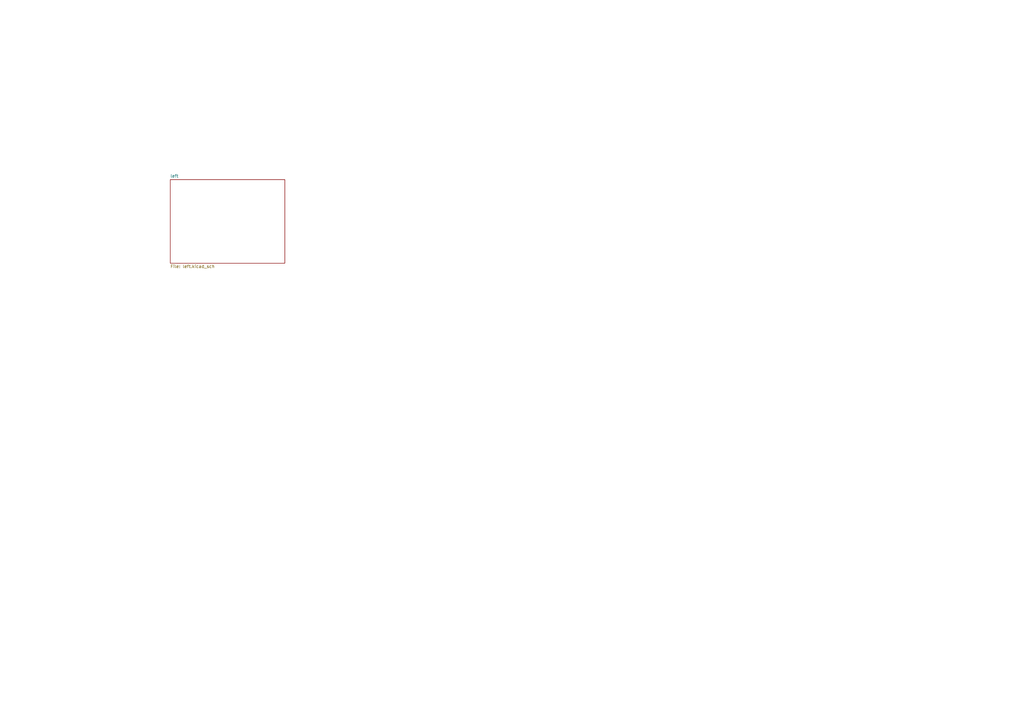
<source format=kicad_sch>
(kicad_sch
	(version 20231120)
	(generator "eeschema")
	(generator_version "8.0")
	(uuid "41d79c74-b18b-4cc5-9f9d-c4706a6919a4")
	(paper "A3")
	(lib_symbols)
	(sheet
		(at 69.85 73.66)
		(size 46.99 34.29)
		(fields_autoplaced yes)
		(stroke
			(width 0.1524)
			(type solid)
		)
		(fill
			(color 0 0 0 0.0000)
		)
		(uuid "15c4643c-69a4-49f3-b32b-9d8ae6208449")
		(property "Sheetname" "left"
			(at 69.85 72.9484 0)
			(effects
				(font
					(size 1.27 1.27)
				)
				(justify left bottom)
			)
		)
		(property "Sheetfile" "left.kicad_sch"
			(at 69.85 108.5346 0)
			(effects
				(font
					(size 1.27 1.27)
				)
				(justify left top)
			)
		)
		(instances
			(project "beomaster_5500"
				(path "/41d79c74-b18b-4cc5-9f9d-c4706a6919a4"
					(page "2")
				)
			)
		)
	)
	(sheet_instances
		(path "/"
			(page "1")
		)
	)
)

</source>
